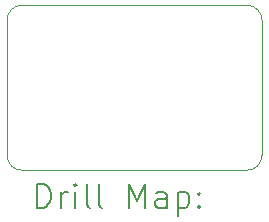
<source format=gbr>
%TF.GenerationSoftware,KiCad,Pcbnew,7.0.9*%
%TF.CreationDate,2024-01-07T19:57:31+00:00*%
%TF.ProjectId,INA381 Breakout,494e4133-3831-4204-9272-65616b6f7574,V24.01.0.1*%
%TF.SameCoordinates,PX8841978PY54c5a90*%
%TF.FileFunction,Drillmap*%
%TF.FilePolarity,Positive*%
%FSLAX45Y45*%
G04 Gerber Fmt 4.5, Leading zero omitted, Abs format (unit mm)*
G04 Created by KiCad (PCBNEW 7.0.9) date 2024-01-07 19:57:31*
%MOMM*%
%LPD*%
G01*
G04 APERTURE LIST*
%ADD10C,0.100000*%
%ADD11C,0.200000*%
G04 APERTURE END LIST*
D10*
X1968500Y571500D02*
G75*
G03*
X1841500Y698500I-127000J0D01*
G01*
X1841500Y-698500D02*
G75*
G03*
X1968500Y-571500I0J127000D01*
G01*
X-63500Y698500D02*
G75*
G03*
X-190500Y571500I0J-127000D01*
G01*
X-190500Y-571500D02*
G75*
G03*
X-63500Y-698500I127000J0D01*
G01*
X-190500Y571500D02*
X-190500Y-571500D01*
X-63500Y698500D02*
X1841500Y698500D01*
X1968500Y-571500D02*
X1968500Y571500D01*
X1841500Y-698500D02*
X-63500Y-698500D01*
D11*
X65277Y-1014984D02*
X65277Y-814984D01*
X65277Y-814984D02*
X112896Y-814984D01*
X112896Y-814984D02*
X141467Y-824508D01*
X141467Y-824508D02*
X160515Y-843555D01*
X160515Y-843555D02*
X170039Y-862603D01*
X170039Y-862603D02*
X179562Y-900698D01*
X179562Y-900698D02*
X179562Y-929269D01*
X179562Y-929269D02*
X170039Y-967365D01*
X170039Y-967365D02*
X160515Y-986412D01*
X160515Y-986412D02*
X141467Y-1005460D01*
X141467Y-1005460D02*
X112896Y-1014984D01*
X112896Y-1014984D02*
X65277Y-1014984D01*
X265277Y-1014984D02*
X265277Y-881650D01*
X265277Y-919746D02*
X274801Y-900698D01*
X274801Y-900698D02*
X284324Y-891174D01*
X284324Y-891174D02*
X303372Y-881650D01*
X303372Y-881650D02*
X322420Y-881650D01*
X389086Y-1014984D02*
X389086Y-881650D01*
X389086Y-814984D02*
X379562Y-824508D01*
X379562Y-824508D02*
X389086Y-834031D01*
X389086Y-834031D02*
X398610Y-824508D01*
X398610Y-824508D02*
X389086Y-814984D01*
X389086Y-814984D02*
X389086Y-834031D01*
X512896Y-1014984D02*
X493848Y-1005460D01*
X493848Y-1005460D02*
X484324Y-986412D01*
X484324Y-986412D02*
X484324Y-814984D01*
X617658Y-1014984D02*
X598610Y-1005460D01*
X598610Y-1005460D02*
X589086Y-986412D01*
X589086Y-986412D02*
X589086Y-814984D01*
X846229Y-1014984D02*
X846229Y-814984D01*
X846229Y-814984D02*
X912896Y-957841D01*
X912896Y-957841D02*
X979562Y-814984D01*
X979562Y-814984D02*
X979562Y-1014984D01*
X1160515Y-1014984D02*
X1160515Y-910222D01*
X1160515Y-910222D02*
X1150991Y-891174D01*
X1150991Y-891174D02*
X1131944Y-881650D01*
X1131944Y-881650D02*
X1093848Y-881650D01*
X1093848Y-881650D02*
X1074801Y-891174D01*
X1160515Y-1005460D02*
X1141467Y-1014984D01*
X1141467Y-1014984D02*
X1093848Y-1014984D01*
X1093848Y-1014984D02*
X1074801Y-1005460D01*
X1074801Y-1005460D02*
X1065277Y-986412D01*
X1065277Y-986412D02*
X1065277Y-967365D01*
X1065277Y-967365D02*
X1074801Y-948317D01*
X1074801Y-948317D02*
X1093848Y-938793D01*
X1093848Y-938793D02*
X1141467Y-938793D01*
X1141467Y-938793D02*
X1160515Y-929269D01*
X1255753Y-881650D02*
X1255753Y-1081650D01*
X1255753Y-891174D02*
X1274801Y-881650D01*
X1274801Y-881650D02*
X1312896Y-881650D01*
X1312896Y-881650D02*
X1331944Y-891174D01*
X1331944Y-891174D02*
X1341467Y-900698D01*
X1341467Y-900698D02*
X1350991Y-919746D01*
X1350991Y-919746D02*
X1350991Y-976888D01*
X1350991Y-976888D02*
X1341467Y-995936D01*
X1341467Y-995936D02*
X1331944Y-1005460D01*
X1331944Y-1005460D02*
X1312896Y-1014984D01*
X1312896Y-1014984D02*
X1274801Y-1014984D01*
X1274801Y-1014984D02*
X1255753Y-1005460D01*
X1436705Y-995936D02*
X1446229Y-1005460D01*
X1446229Y-1005460D02*
X1436705Y-1014984D01*
X1436705Y-1014984D02*
X1427182Y-1005460D01*
X1427182Y-1005460D02*
X1436705Y-995936D01*
X1436705Y-995936D02*
X1436705Y-1014984D01*
X1436705Y-891174D02*
X1446229Y-900698D01*
X1446229Y-900698D02*
X1436705Y-910222D01*
X1436705Y-910222D02*
X1427182Y-900698D01*
X1427182Y-900698D02*
X1436705Y-891174D01*
X1436705Y-891174D02*
X1436705Y-910222D01*
M02*

</source>
